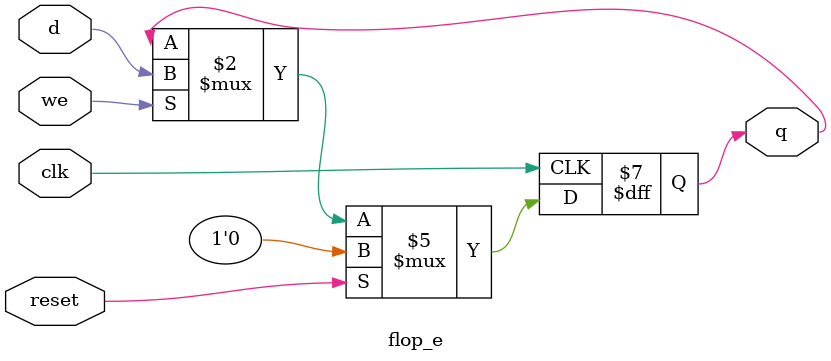
<source format=v>

/****************************************************************************
 * flop_e.v
 ****************************************************************************/

module flop_e
		#(parameter Bits=1)
		(
		input clk,
		input reset,
		input we,
		input [Bits-1:0] d,
		output reg [Bits-1:0] q
		);

always @(posedge clk)begin
	if (reset)
		begin
			q <= 0;
		end
	else
		begin
			if(we)
				q <= d;
		end
end

endmodule



</source>
